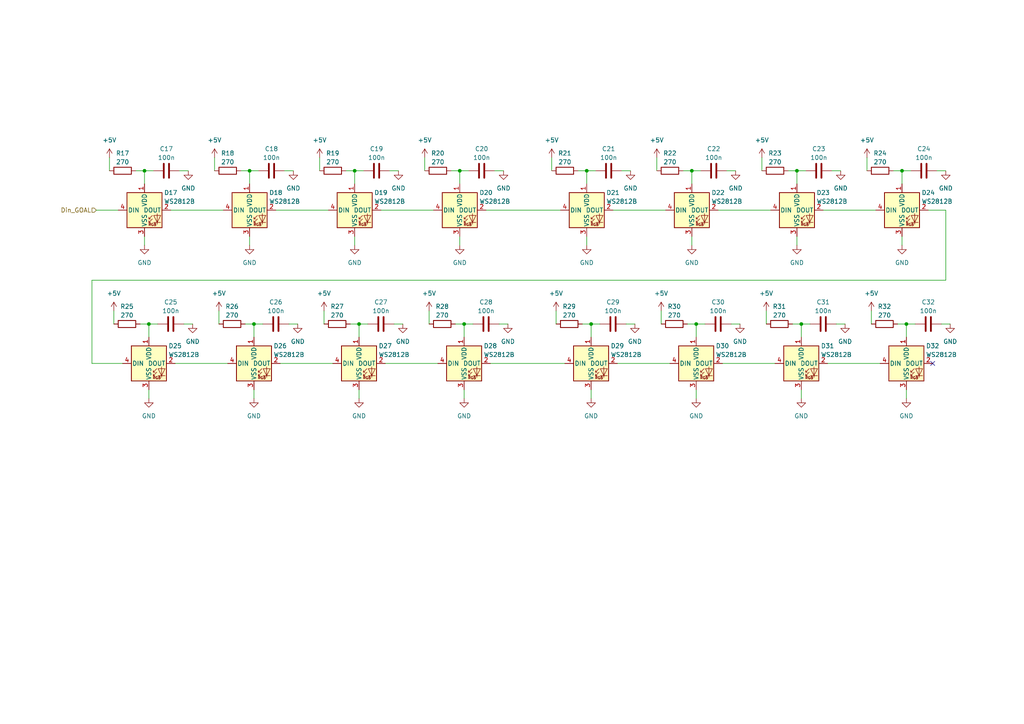
<source format=kicad_sch>
(kicad_sch (version 20211123) (generator eeschema)
  (paper "A4")
  (lib_symbols
    (symbol "Device:C" (pin_numbers hide) (pin_names (offset 0.254))
      (property "Reference" "C" (at 0.635 2.54 0))
      (property "Value" "C" (at 0.635 -2.54 0))
      (symbol "C_0_1"
        (polyline (pts (xy -2.032 -0.762) (xy 2.032 -0.762)) (stroke (width 0.508)))
        (polyline (pts (xy -2.032 0.762) (xy 2.032 0.762)) (stroke (width 0.508)))
      )
      (symbol "C_1_1"
        (pin passive line (at 0 3.81 270) (length 2.794) (name "~") (number "1"))
        (pin passive line (at 0 -3.81 90) (length 2.794) (name "~") (number "2"))
      )
    )
    (symbol "Device:R" (pin_numbers hide) (pin_names (offset 0))
      (property "Reference" "R" (at 2.032 0 90))
      (property "Value" "R" (at 0 0 90))
      (symbol "R_0_1"
        (rectangle (start -1.016 -2.54) (end 1.016 2.54) (stroke (width 0.254)))
      )
      (symbol "R_1_1"
        (pin passive line (at 0 3.81 270) (length 1.27) (name "~") (number "1"))
        (pin passive line (at 0 -3.81 90) (length 1.27) (name "~") (number "2"))
      )
    )
    (symbol "LED:WS2812B" (pin_names (offset 0.254))
      (property "Reference" "D" (at 5.08 5.715 0))
      (property "Value" "WS2812B" (at 1.27 -5.715 0))
      (symbol "WS2812B_0_0"
        (text "RGB" (at 2.286 -4.191 0) (effects (font (size 0.762 0.762))))
      )
      (symbol "WS2812B_0_1"
        (polyline (pts (xy 1.27 -3.556) (xy 1.778 -3.556)))
        (polyline (pts (xy 1.27 -2.54) (xy 1.778 -2.54)))
        (polyline (pts (xy 4.699 -3.556) (xy 2.667 -3.556)))
        (polyline (pts (xy 2.286 -2.54) (xy 1.27 -3.556) (xy 1.27 -3.048)))
        (polyline (pts (xy 2.286 -1.524) (xy 1.27 -2.54) (xy 1.27 -2.032)))
        (polyline (pts (xy 3.683 -1.016) (xy 3.683 -3.556) (xy 3.683 -4.064)))
        (polyline (pts (xy 4.699 -1.524) (xy 2.667 -1.524) (xy 3.683 -3.556) (xy 4.699 -1.524)))
        (rectangle (start 5.08 5.08) (end -5.08 -5.08) (stroke (width 0.254)) (fill (type background)))
      )
      (symbol "WS2812B_1_1"
        (pin power_in line (at 0 7.62 270) (length 2.54) (name "VDD") (number "1"))
        (pin output line (at 7.62 0 180) (length 2.54) (name "DOUT") (number "2"))
        (pin power_in line (at 0 -7.62 90) (length 2.54) (name "VSS") (number "3"))
        (pin input line (at -7.62 0 0) (length 2.54) (name "DIN") (number "4"))
      )
    )
    (symbol "power:+5V" (power) (pin_names (offset 0))
      (property "Value" "+5V" (at 0 3.556 0))
      (symbol "+5V_0_1"
        (polyline (pts (xy -0.762 1.27) (xy 0 2.54)))
        (polyline (pts (xy 0 0) (xy 0 2.54)))
        (polyline (pts (xy 0 2.54) (xy 0.762 1.27)))
      )
      (symbol "+5V_1_1"
        (pin power_in line (at 0 0 90) (length 0) hide (name "+5V") (number "1"))
      )
    )
    (symbol "power:GND" (power) (pin_names (offset 0))
      (property "Value" "GND" (at 0 -3.81 0))
      (symbol "GND_0_1"
        (polyline (pts (xy 0 0) (xy 0 -1.27) (xy 1.27 -1.27) (xy 0 -2.54) (xy -1.27 -1.27) (xy 0 -1.27)))
      )
      (symbol "GND_1_1"
        (pin power_in line (at 0 0 270) (length 0) hide (name "GND") (number "1"))
      )
    )
  )
  (junction (at 134.62 93.98))
  (junction (at 102.87 49.53))
  (junction (at 41.91 49.53))
  (junction (at 104.14 93.98))
  (junction (at 43.18 93.98))
  (junction (at 171.45 93.98))
  (junction (at 262.89 93.98))
  (junction (at 200.66 49.53))
  (junction (at 72.39 49.53))
  (junction (at 231.14 49.53))
  (junction (at 261.62 49.53))
  (junction (at 232.41 93.98))
  (junction (at 201.93 93.98))
  (junction (at 170.18 49.53))
  (junction (at 73.66 93.98))
  (junction (at 133.35 49.53))
  (no_connect (at 270.51 105.41))
  (wire (pts (xy 133.35 49.53) (xy 133.35 53.34)))
  (wire (pts (xy 72.39 68.58) (xy 72.39 71.12)))
  (wire (pts (xy 212.09 93.98) (xy 214.63 93.98)))
  (wire (pts (xy 111.76 105.41) (xy 127 105.41)))
  (wire (pts (xy 170.18 68.58) (xy 170.18 71.12)))
  (wire (pts (xy 100.33 49.53) (xy 102.87 49.53)))
  (wire (pts (xy 39.37 49.53) (xy 41.91 49.53)))
  (wire (pts (xy 53.34 93.98) (xy 55.88 93.98)))
  (wire (pts (xy 262.89 93.98) (xy 265.43 93.98)))
  (wire (pts (xy 104.14 93.98) (xy 106.68 93.98)))
  (wire (pts (xy 144.78 93.98) (xy 147.32 93.98)))
  (wire (pts (xy 72.39 49.53) (xy 74.93 49.53)))
  (wire (pts (xy 102.87 68.58) (xy 102.87 71.12)))
  (wire (pts (xy 69.85 49.53) (xy 72.39 49.53)))
  (wire (pts (xy 171.45 93.98) (xy 173.99 93.98)))
  (wire (pts (xy 261.62 68.58) (xy 261.62 71.12)))
  (wire (pts (xy 232.41 93.98) (xy 234.95 93.98)))
  (wire (pts (xy 43.18 93.98) (xy 43.18 97.79)))
  (wire (pts (xy 123.19 45.72) (xy 123.19 49.53)))
  (wire (pts (xy 93.98 90.17) (xy 93.98 93.98)))
  (wire (pts (xy 40.64 93.98) (xy 43.18 93.98)))
  (wire (pts (xy 167.64 49.53) (xy 170.18 49.53)))
  (wire (pts (xy 220.98 45.72) (xy 220.98 49.53)))
  (wire (pts (xy 134.62 93.98) (xy 137.16 93.98)))
  (wire (pts (xy 142.24 105.41) (xy 163.83 105.41)))
  (wire (pts (xy 229.87 93.98) (xy 232.41 93.98)))
  (wire (pts (xy 238.76 60.96) (xy 254 60.96)))
  (wire (pts (xy 231.14 68.58) (xy 231.14 71.12)))
  (wire (pts (xy 201.93 93.98) (xy 204.47 93.98)))
  (wire (pts (xy 181.61 93.98) (xy 184.15 93.98)))
  (wire (pts (xy 171.45 113.03) (xy 171.45 115.57)))
  (wire (pts (xy 251.46 45.72) (xy 251.46 49.53)))
  (wire (pts (xy 104.14 113.03) (xy 104.14 115.57)))
  (wire (pts (xy 143.51 49.53) (xy 146.05 49.53)))
  (wire (pts (xy 102.87 49.53) (xy 105.41 49.53)))
  (wire (pts (xy 208.28 60.96) (xy 223.52 60.96)))
  (wire (pts (xy 133.35 49.53) (xy 135.89 49.53)))
  (wire (pts (xy 190.5 45.72) (xy 190.5 49.53)))
  (wire (pts (xy 222.25 90.17) (xy 222.25 93.98)))
  (wire (pts (xy 259.08 49.53) (xy 261.62 49.53)))
  (wire (pts (xy 33.02 90.17) (xy 33.02 93.98)))
  (wire (pts (xy 134.62 113.03) (xy 134.62 115.57)))
  (wire (pts (xy 83.82 93.98) (xy 86.36 93.98)))
  (wire (pts (xy 133.35 68.58) (xy 133.35 71.12)))
  (wire (pts (xy 269.24 60.96) (xy 274.32 60.96)))
  (wire (pts (xy 160.02 45.72) (xy 160.02 49.53)))
  (wire (pts (xy 240.03 105.41) (xy 255.27 105.41)))
  (wire (pts (xy 232.41 93.98) (xy 232.41 97.79)))
  (wire (pts (xy 274.32 81.28) (xy 26.67 81.28)))
  (wire (pts (xy 168.91 93.98) (xy 171.45 93.98)))
  (wire (pts (xy 132.08 93.98) (xy 134.62 93.98)))
  (wire (pts (xy 200.66 68.58) (xy 200.66 71.12)))
  (wire (pts (xy 41.91 68.58) (xy 41.91 71.12)))
  (wire (pts (xy 26.67 105.41) (xy 35.56 105.41)))
  (wire (pts (xy 134.62 93.98) (xy 134.62 97.79)))
  (wire (pts (xy 124.46 90.17) (xy 124.46 93.98)))
  (wire (pts (xy 198.12 49.53) (xy 200.66 49.53)))
  (wire (pts (xy 231.14 49.53) (xy 233.68 49.53)))
  (wire (pts (xy 73.66 113.03) (xy 73.66 115.57)))
  (wire (pts (xy 104.14 93.98) (xy 104.14 97.79)))
  (wire (pts (xy 261.62 49.53) (xy 264.16 49.53)))
  (wire (pts (xy 43.18 93.98) (xy 45.72 93.98)))
  (wire (pts (xy 26.67 81.28) (xy 26.67 105.41)))
  (wire (pts (xy 170.18 49.53) (xy 170.18 53.34)))
  (wire (pts (xy 262.89 93.98) (xy 262.89 97.79)))
  (wire (pts (xy 49.53 60.96) (xy 64.77 60.96)))
  (wire (pts (xy 101.6 93.98) (xy 104.14 93.98)))
  (wire (pts (xy 73.66 93.98) (xy 73.66 97.79)))
  (wire (pts (xy 177.8 60.96) (xy 193.04 60.96)))
  (wire (pts (xy 201.93 113.03) (xy 201.93 115.57)))
  (wire (pts (xy 31.75 45.72) (xy 31.75 49.53)))
  (wire (pts (xy 252.73 90.17) (xy 252.73 93.98)))
  (wire (pts (xy 27.94 60.96) (xy 34.29 60.96)))
  (wire (pts (xy 114.3 93.98) (xy 116.84 93.98)))
  (wire (pts (xy 274.32 60.96) (xy 274.32 81.28)))
  (wire (pts (xy 200.66 49.53) (xy 203.2 49.53)))
  (wire (pts (xy 209.55 105.41) (xy 224.79 105.41)))
  (wire (pts (xy 110.49 60.96) (xy 125.73 60.96)))
  (wire (pts (xy 81.28 105.41) (xy 96.52 105.41)))
  (wire (pts (xy 260.35 93.98) (xy 262.89 93.98)))
  (wire (pts (xy 62.23 45.72) (xy 62.23 49.53)))
  (wire (pts (xy 228.6 49.53) (xy 231.14 49.53)))
  (wire (pts (xy 179.07 105.41) (xy 194.31 105.41)))
  (wire (pts (xy 72.39 49.53) (xy 72.39 53.34)))
  (wire (pts (xy 171.45 93.98) (xy 171.45 97.79)))
  (wire (pts (xy 52.07 49.53) (xy 54.61 49.53)))
  (wire (pts (xy 199.39 93.98) (xy 201.93 93.98)))
  (wire (pts (xy 73.66 93.98) (xy 76.2 93.98)))
  (wire (pts (xy 262.89 113.03) (xy 262.89 115.57)))
  (wire (pts (xy 82.55 49.53) (xy 85.09 49.53)))
  (wire (pts (xy 71.12 93.98) (xy 73.66 93.98)))
  (wire (pts (xy 130.81 49.53) (xy 133.35 49.53)))
  (wire (pts (xy 113.03 49.53) (xy 115.57 49.53)))
  (wire (pts (xy 43.18 113.03) (xy 43.18 115.57)))
  (wire (pts (xy 92.71 45.72) (xy 92.71 49.53)))
  (wire (pts (xy 80.01 60.96) (xy 95.25 60.96)))
  (wire (pts (xy 63.5 90.17) (xy 63.5 93.98)))
  (wire (pts (xy 140.97 60.96) (xy 162.56 60.96)))
  (wire (pts (xy 50.8 105.41) (xy 66.04 105.41)))
  (wire (pts (xy 241.3 49.53) (xy 243.84 49.53)))
  (wire (pts (xy 210.82 49.53) (xy 213.36 49.53)))
  (wire (pts (xy 201.93 93.98) (xy 201.93 97.79)))
  (wire (pts (xy 180.34 49.53) (xy 182.88 49.53)))
  (wire (pts (xy 231.14 49.53) (xy 231.14 53.34)))
  (wire (pts (xy 191.77 90.17) (xy 191.77 93.98)))
  (wire (pts (xy 102.87 49.53) (xy 102.87 53.34)))
  (wire (pts (xy 242.57 93.98) (xy 245.11 93.98)))
  (wire (pts (xy 261.62 49.53) (xy 261.62 53.34)))
  (wire (pts (xy 200.66 49.53) (xy 200.66 53.34)))
  (wire (pts (xy 273.05 93.98) (xy 275.59 93.98)))
  (wire (pts (xy 161.29 90.17) (xy 161.29 93.98)))
  (wire (pts (xy 232.41 113.03) (xy 232.41 115.57)))
  (wire (pts (xy 41.91 49.53) (xy 44.45 49.53)))
  (wire (pts (xy 41.91 49.53) (xy 41.91 53.34)))
  (wire (pts (xy 271.78 49.53) (xy 274.32 49.53)))
  (wire (pts (xy 170.18 49.53) (xy 172.72 49.53)))
  (hierarchical_label "Din_GOAL" (shape input) (at 27.94 60.96 180))
  (symbol (lib_id "LED:WS2812B") (at 261.62 60.96 0) (unit 1)
    (property "Reference" "D24" (at 269.24 55.88 0))
    (property "Value" "WS2812B" (at 271.78 58.42 0))
    (property "Footprint" "LED_SMD:LED_WS2812B_PLCC4_5.0x5.0mm_P3.2mm" (effects hide))
    (property "Datasheet" "https://cdn-shop.adafruit.com/datasheets/WS2812B.pdf" (effects hide))
  )
  (symbol (lib_id "Device:R") (at 165.1 93.98 90) (unit 1)
    (property "Reference" "R29" (at 165.1 88.9 90))
    (property "Value" "270" (at 165.1 91.44 90))
    (property "Footprint" "Resistor_SMD:R_0805_2012Metric" (effects hide))
  )
  (symbol (lib_id "Device:R") (at 195.58 93.98 90) (unit 1)
    (property "Reference" "R30" (at 195.58 88.9 90))
    (property "Value" "270" (at 195.58 91.44 90))
    (property "Footprint" "Resistor_SMD:R_0805_2012Metric" (effects hide))
  )
  (symbol (lib_id "power:GND") (at 43.18 115.57 0) (unit 1)
    (property "Reference" "#PWR0171" (effects hide))
    (property "Value" "GND" (at 43.18 120.65 0))
  )
  (symbol (lib_id "power:GND") (at 274.32 49.53 0) (unit 1)
    (property "Reference" "#PWR0179" (effects hide))
    (property "Value" "GND" (at 274.32 54.61 0))
  )
  (symbol (lib_id "Device:R") (at 194.31 49.53 90) (unit 1)
    (property "Reference" "R22" (at 194.31 44.45 90))
    (property "Value" "270" (at 194.31 46.99 90))
    (property "Footprint" "Resistor_SMD:R_0805_2012Metric" (effects hide))
  )
  (symbol (lib_id "power:+5V") (at 161.29 90.17 0) (unit 1)
    (property "Reference" "#PWR0161" (effects hide))
    (property "Value" "+5V" (at 161.29 85.09 0))
  )
  (symbol (lib_id "Device:C") (at 237.49 49.53 90) (unit 1)
    (property "Reference" "C23" (at 237.49 43.18 90))
    (property "Value" "100n" (at 237.49 45.72 90))
    (property "Footprint" "Capacitor_SMD:C_0805_2012Metric" (effects hide))
  )
  (symbol (lib_id "power:GND") (at 116.84 93.98 0) (unit 1)
    (property "Reference" "#PWR0159" (effects hide))
    (property "Value" "GND" (at 116.84 99.06 0))
  )
  (symbol (lib_id "Device:C") (at 267.97 49.53 90) (unit 1)
    (property "Reference" "C24" (at 267.97 43.18 90))
    (property "Value" "100n" (at 267.97 45.72 90))
    (property "Footprint" "Capacitor_SMD:C_0805_2012Metric" (effects hide))
  )
  (symbol (lib_id "Device:C") (at 207.01 49.53 90) (unit 1)
    (property "Reference" "C22" (at 207.01 43.18 90))
    (property "Value" "100n" (at 207.01 45.72 90))
    (property "Footprint" "Capacitor_SMD:C_0805_2012Metric" (effects hide))
  )
  (symbol (lib_id "Device:R") (at 256.54 93.98 90) (unit 1)
    (property "Reference" "R32" (at 256.54 88.9 90))
    (property "Value" "270" (at 256.54 91.44 90))
    (property "Footprint" "Resistor_SMD:R_0805_2012Metric" (effects hide))
  )
  (symbol (lib_id "power:+5V") (at 220.98 45.72 0) (unit 1)
    (property "Reference" "#PWR0157" (effects hide))
    (property "Value" "+5V" (at 220.98 40.64 0))
  )
  (symbol (lib_id "power:GND") (at 55.88 93.98 0) (unit 1)
    (property "Reference" "#PWR0170" (effects hide))
    (property "Value" "GND" (at 55.88 99.06 0))
  )
  (symbol (lib_id "Device:R") (at 255.27 49.53 90) (unit 1)
    (property "Reference" "R24" (at 255.27 44.45 90))
    (property "Value" "270" (at 255.27 46.99 90))
    (property "Footprint" "Resistor_SMD:R_0805_2012Metric" (effects hide))
  )
  (symbol (lib_id "Device:R") (at 128.27 93.98 90) (unit 1)
    (property "Reference" "R28" (at 128.27 88.9 90))
    (property "Value" "270" (at 128.27 91.44 90))
    (property "Footprint" "Resistor_SMD:R_0805_2012Metric" (effects hide))
  )
  (symbol (lib_id "power:GND") (at 232.41 115.57 0) (unit 1)
    (property "Reference" "#PWR0194" (effects hide))
    (property "Value" "GND" (at 232.41 120.65 0))
  )
  (symbol (lib_id "power:GND") (at 86.36 93.98 0) (unit 1)
    (property "Reference" "#PWR0173" (effects hide))
    (property "Value" "GND" (at 86.36 99.06 0))
  )
  (symbol (lib_id "power:GND") (at 115.57 49.53 0) (unit 1)
    (property "Reference" "#PWR0187" (effects hide))
    (property "Value" "GND" (at 115.57 54.61 0))
  )
  (symbol (lib_id "Device:R") (at 127 49.53 90) (unit 1)
    (property "Reference" "R20" (at 127 44.45 90))
    (property "Value" "270" (at 127 46.99 90))
    (property "Footprint" "Resistor_SMD:R_0805_2012Metric" (effects hide))
  )
  (symbol (lib_id "power:GND") (at 182.88 49.53 0) (unit 1)
    (property "Reference" "#PWR0151" (effects hide))
    (property "Value" "GND" (at 182.88 54.61 0))
  )
  (symbol (lib_id "power:+5V") (at 190.5 45.72 0) (unit 1)
    (property "Reference" "#PWR0150" (effects hide))
    (property "Value" "+5V" (at 190.5 40.64 0))
  )
  (symbol (lib_id "Device:C") (at 109.22 49.53 90) (unit 1)
    (property "Reference" "C19" (at 109.22 43.18 90))
    (property "Value" "100n" (at 109.22 45.72 90))
    (property "Footprint" "Capacitor_SMD:C_0805_2012Metric" (effects hide))
  )
  (symbol (lib_id "Device:C") (at 78.74 49.53 90) (unit 1)
    (property "Reference" "C18" (at 78.74 43.18 90))
    (property "Value" "100n" (at 78.74 45.72 90))
    (property "Footprint" "Capacitor_SMD:C_0805_2012Metric" (effects hide))
  )
  (symbol (lib_id "Device:C") (at 139.7 49.53 90) (unit 1)
    (property "Reference" "C20" (at 139.7 43.18 90))
    (property "Value" "100n" (at 139.7 45.72 90))
    (property "Footprint" "Capacitor_SMD:C_0805_2012Metric" (effects hide))
  )
  (symbol (lib_id "power:GND") (at 85.09 49.53 0) (unit 1)
    (property "Reference" "#PWR0183" (effects hide))
    (property "Value" "GND" (at 85.09 54.61 0))
  )
  (symbol (lib_id "power:+5V") (at 252.73 90.17 0) (unit 1)
    (property "Reference" "#PWR0191" (effects hide))
    (property "Value" "+5V" (at 252.73 85.09 0))
  )
  (symbol (lib_id "power:GND") (at 171.45 115.57 0) (unit 1)
    (property "Reference" "#PWR0166" (effects hide))
    (property "Value" "GND" (at 171.45 120.65 0))
  )
  (symbol (lib_id "power:GND") (at 245.11 93.98 0) (unit 1)
    (property "Reference" "#PWR0190" (effects hide))
    (property "Value" "GND" (at 245.11 99.06 0))
  )
  (symbol (lib_id "power:+5V") (at 63.5 90.17 0) (unit 1)
    (property "Reference" "#PWR0167" (effects hide))
    (property "Value" "+5V" (at 63.5 85.09 0))
  )
  (symbol (lib_id "Device:C") (at 269.24 93.98 90) (unit 1)
    (property "Reference" "C32" (at 269.24 87.63 90))
    (property "Value" "100n" (at 269.24 90.17 90))
    (property "Footprint" "Capacitor_SMD:C_0805_2012Metric" (effects hide))
  )
  (symbol (lib_id "power:+5V") (at 222.25 90.17 0) (unit 1)
    (property "Reference" "#PWR0155" (effects hide))
    (property "Value" "+5V" (at 222.25 85.09 0))
  )
  (symbol (lib_id "Device:C") (at 208.28 93.98 90) (unit 1)
    (property "Reference" "C30" (at 208.28 87.63 90))
    (property "Value" "100n" (at 208.28 90.17 90))
    (property "Footprint" "Capacitor_SMD:C_0805_2012Metric" (effects hide))
  )
  (symbol (lib_id "power:GND") (at 231.14 71.12 0) (unit 1)
    (property "Reference" "#PWR0189" (effects hide))
    (property "Value" "GND" (at 231.14 76.2 0))
  )
  (symbol (lib_id "power:GND") (at 133.35 71.12 0) (unit 1)
    (property "Reference" "#PWR0149" (effects hide))
    (property "Value" "GND" (at 133.35 76.2 0))
  )
  (symbol (lib_id "power:GND") (at 104.14 115.57 0) (unit 1)
    (property "Reference" "#PWR0168" (effects hide))
    (property "Value" "GND" (at 104.14 120.65 0))
  )
  (symbol (lib_id "power:GND") (at 41.91 71.12 0) (unit 1)
    (property "Reference" "#PWR0178" (effects hide))
    (property "Value" "GND" (at 41.91 76.2 0))
  )
  (symbol (lib_id "power:+5V") (at 93.98 90.17 0) (unit 1)
    (property "Reference" "#PWR0172" (effects hide))
    (property "Value" "+5V" (at 93.98 85.09 0))
  )
  (symbol (lib_id "Device:C") (at 80.01 93.98 90) (unit 1)
    (property "Reference" "C26" (at 80.01 87.63 90))
    (property "Value" "100n" (at 80.01 90.17 90))
    (property "Footprint" "Capacitor_SMD:C_0805_2012Metric" (effects hide))
  )
  (symbol (lib_id "power:GND") (at 102.87 71.12 0) (unit 1)
    (property "Reference" "#PWR0185" (effects hide))
    (property "Value" "GND" (at 102.87 76.2 0))
  )
  (symbol (lib_id "LED:WS2812B") (at 43.18 105.41 0) (unit 1)
    (property "Reference" "D25" (at 50.8 100.33 0))
    (property "Value" "WS2812B" (at 53.34 102.87 0))
    (property "Footprint" "LED_SMD:LED_WS2812B_PLCC4_5.0x5.0mm_P3.2mm" (effects hide))
    (property "Datasheet" "https://cdn-shop.adafruit.com/datasheets/WS2812B.pdf" (effects hide))
  )
  (symbol (lib_id "Device:C") (at 176.53 49.53 90) (unit 1)
    (property "Reference" "C21" (at 176.53 43.18 90))
    (property "Value" "100n" (at 176.53 45.72 90))
    (property "Footprint" "Capacitor_SMD:C_0805_2012Metric" (effects hide))
  )
  (symbol (lib_id "Device:R") (at 163.83 49.53 90) (unit 1)
    (property "Reference" "R21" (at 163.83 44.45 90))
    (property "Value" "270" (at 163.83 46.99 90))
    (property "Footprint" "Resistor_SMD:R_0805_2012Metric" (effects hide))
  )
  (symbol (lib_id "Device:C") (at 49.53 93.98 90) (unit 1)
    (property "Reference" "C25" (at 49.53 87.63 90))
    (property "Value" "100n" (at 49.53 90.17 90))
    (property "Footprint" "Capacitor_SMD:C_0805_2012Metric" (effects hide))
  )
  (symbol (lib_id "LED:WS2812B") (at 170.18 60.96 0) (unit 1)
    (property "Reference" "D21" (at 177.8 55.88 0))
    (property "Value" "WS2812B" (at 180.34 58.42 0))
    (property "Footprint" "LED_SMD:LED_WS2812B_PLCC4_5.0x5.0mm_P3.2mm" (effects hide))
    (property "Datasheet" "https://cdn-shop.adafruit.com/datasheets/WS2812B.pdf" (effects hide))
  )
  (symbol (lib_id "power:GND") (at 184.15 93.98 0) (unit 1)
    (property "Reference" "#PWR0164" (effects hide))
    (property "Value" "GND" (at 184.15 99.06 0))
  )
  (symbol (lib_id "LED:WS2812B") (at 231.14 60.96 0) (unit 1)
    (property "Reference" "D23" (at 238.76 55.88 0))
    (property "Value" "WS2812B" (at 241.3 58.42 0))
    (property "Footprint" "LED_SMD:LED_WS2812B_PLCC4_5.0x5.0mm_P3.2mm" (effects hide))
    (property "Datasheet" "https://cdn-shop.adafruit.com/datasheets/WS2812B.pdf" (effects hide))
  )
  (symbol (lib_id "Device:C") (at 48.26 49.53 90) (unit 1)
    (property "Reference" "C17" (at 48.26 43.18 90))
    (property "Value" "100n" (at 48.26 45.72 90))
    (property "Footprint" "Capacitor_SMD:C_0805_2012Metric" (effects hide))
  )
  (symbol (lib_id "power:GND") (at 214.63 93.98 0) (unit 1)
    (property "Reference" "#PWR0196" (effects hide))
    (property "Value" "GND" (at 214.63 99.06 0))
  )
  (symbol (lib_id "Device:C") (at 177.8 93.98 90) (unit 1)
    (property "Reference" "C29" (at 177.8 87.63 90))
    (property "Value" "100n" (at 177.8 90.17 90))
    (property "Footprint" "Capacitor_SMD:C_0805_2012Metric" (effects hide))
  )
  (symbol (lib_id "power:+5V") (at 251.46 45.72 0) (unit 1)
    (property "Reference" "#PWR0180" (effects hide))
    (property "Value" "+5V" (at 251.46 40.64 0))
  )
  (symbol (lib_id "LED:WS2812B") (at 200.66 60.96 0) (unit 1)
    (property "Reference" "D22" (at 208.28 55.88 0))
    (property "Value" "WS2812B" (at 210.82 58.42 0))
    (property "Footprint" "LED_SMD:LED_WS2812B_PLCC4_5.0x5.0mm_P3.2mm" (effects hide))
    (property "Datasheet" "https://cdn-shop.adafruit.com/datasheets/WS2812B.pdf" (effects hide))
  )
  (symbol (lib_id "power:GND") (at 170.18 71.12 0) (unit 1)
    (property "Reference" "#PWR0153" (effects hide))
    (property "Value" "GND" (at 170.18 76.2 0))
  )
  (symbol (lib_id "power:+5V") (at 123.19 45.72 0) (unit 1)
    (property "Reference" "#PWR0186" (effects hide))
    (property "Value" "+5V" (at 123.19 40.64 0))
  )
  (symbol (lib_id "power:+5V") (at 191.77 90.17 0) (unit 1)
    (property "Reference" "#PWR0165" (effects hide))
    (property "Value" "+5V" (at 191.77 85.09 0))
  )
  (symbol (lib_id "LED:WS2812B") (at 232.41 105.41 0) (unit 1)
    (property "Reference" "D31" (at 240.03 100.33 0))
    (property "Value" "WS2812B" (at 242.57 102.87 0))
    (property "Footprint" "LED_SMD:LED_WS2812B_PLCC4_5.0x5.0mm_P3.2mm" (effects hide))
    (property "Datasheet" "https://cdn-shop.adafruit.com/datasheets/WS2812B.pdf" (effects hide))
  )
  (symbol (lib_id "power:GND") (at 73.66 115.57 0) (unit 1)
    (property "Reference" "#PWR0169" (effects hide))
    (property "Value" "GND" (at 73.66 120.65 0))
  )
  (symbol (lib_id "power:+5V") (at 124.46 90.17 0) (unit 1)
    (property "Reference" "#PWR0162" (effects hide))
    (property "Value" "+5V" (at 124.46 85.09 0))
  )
  (symbol (lib_id "power:GND") (at 213.36 49.53 0) (unit 1)
    (property "Reference" "#PWR0158" (effects hide))
    (property "Value" "GND" (at 213.36 54.61 0))
  )
  (symbol (lib_id "LED:WS2812B") (at 201.93 105.41 0) (unit 1)
    (property "Reference" "D30" (at 209.55 100.33 0))
    (property "Value" "WS2812B" (at 212.09 102.87 0))
    (property "Footprint" "LED_SMD:LED_WS2812B_PLCC4_5.0x5.0mm_P3.2mm" (effects hide))
    (property "Datasheet" "https://cdn-shop.adafruit.com/datasheets/WS2812B.pdf" (effects hide))
  )
  (symbol (lib_id "LED:WS2812B") (at 133.35 60.96 0) (unit 1)
    (property "Reference" "D20" (at 140.97 55.88 0))
    (property "Value" "WS2812B" (at 143.51 58.42 0))
    (property "Footprint" "LED_SMD:LED_WS2812B_PLCC4_5.0x5.0mm_P3.2mm" (effects hide))
    (property "Datasheet" "https://cdn-shop.adafruit.com/datasheets/WS2812B.pdf" (effects hide))
  )
  (symbol (lib_id "LED:WS2812B") (at 102.87 60.96 0) (unit 1)
    (property "Reference" "D19" (at 110.49 55.88 0))
    (property "Value" "WS2812B" (at 113.03 58.42 0))
    (property "Footprint" "LED_SMD:LED_WS2812B_PLCC4_5.0x5.0mm_P3.2mm" (effects hide))
    (property "Datasheet" "https://cdn-shop.adafruit.com/datasheets/WS2812B.pdf" (effects hide))
  )
  (symbol (lib_id "power:+5V") (at 92.71 45.72 0) (unit 1)
    (property "Reference" "#PWR0188" (effects hide))
    (property "Value" "+5V" (at 92.71 40.64 0))
  )
  (symbol (lib_id "Device:R") (at 96.52 49.53 90) (unit 1)
    (property "Reference" "R19" (at 96.52 44.45 90))
    (property "Value" "270" (at 96.52 46.99 90))
    (property "Footprint" "Resistor_SMD:R_0805_2012Metric" (effects hide))
  )
  (symbol (lib_id "power:GND") (at 54.61 49.53 0) (unit 1)
    (property "Reference" "#PWR0175" (effects hide))
    (property "Value" "GND" (at 54.61 54.61 0))
  )
  (symbol (lib_id "power:+5V") (at 33.02 90.17 0) (unit 1)
    (property "Reference" "#PWR0177" (effects hide))
    (property "Value" "+5V" (at 33.02 85.09 0))
  )
  (symbol (lib_id "power:GND") (at 146.05 49.53 0) (unit 1)
    (property "Reference" "#PWR0154" (effects hide))
    (property "Value" "GND" (at 146.05 54.61 0))
  )
  (symbol (lib_id "Device:R") (at 66.04 49.53 90) (unit 1)
    (property "Reference" "R18" (at 66.04 44.45 90))
    (property "Value" "270" (at 66.04 46.99 90))
    (property "Footprint" "Resistor_SMD:R_0805_2012Metric" (effects hide))
  )
  (symbol (lib_id "Device:R") (at 224.79 49.53 90) (unit 1)
    (property "Reference" "R23" (at 224.79 44.45 90))
    (property "Value" "270" (at 224.79 46.99 90))
    (property "Footprint" "Resistor_SMD:R_0805_2012Metric" (effects hide))
  )
  (symbol (lib_id "LED:WS2812B") (at 73.66 105.41 0) (unit 1)
    (property "Reference" "D26" (at 81.28 100.33 0))
    (property "Value" "WS2812B" (at 83.82 102.87 0))
    (property "Footprint" "LED_SMD:LED_WS2812B_PLCC4_5.0x5.0mm_P3.2mm" (effects hide))
    (property "Datasheet" "https://cdn-shop.adafruit.com/datasheets/WS2812B.pdf" (effects hide))
  )
  (symbol (lib_id "LED:WS2812B") (at 41.91 60.96 0) (unit 1)
    (property "Reference" "D17" (at 49.53 55.88 0))
    (property "Value" "WS2812B" (at 52.07 58.42 0))
    (property "Footprint" "LED_SMD:LED_WS2812B_PLCC4_5.0x5.0mm_P3.2mm" (effects hide))
    (property "Datasheet" "https://cdn-shop.adafruit.com/datasheets/WS2812B.pdf" (effects hide))
  )
  (symbol (lib_id "power:GND") (at 243.84 49.53 0) (unit 1)
    (property "Reference" "#PWR0182" (effects hide))
    (property "Value" "GND" (at 243.84 54.61 0))
  )
  (symbol (lib_id "power:GND") (at 200.66 71.12 0) (unit 1)
    (property "Reference" "#PWR0156" (effects hide))
    (property "Value" "GND" (at 200.66 76.2 0))
  )
  (symbol (lib_id "Device:C") (at 140.97 93.98 90) (unit 1)
    (property "Reference" "C28" (at 140.97 87.63 90))
    (property "Value" "100n" (at 140.97 90.17 90))
    (property "Footprint" "Capacitor_SMD:C_0805_2012Metric" (effects hide))
  )
  (symbol (lib_id "Device:C") (at 110.49 93.98 90) (unit 1)
    (property "Reference" "C27" (at 110.49 87.63 90))
    (property "Value" "100n" (at 110.49 90.17 90))
    (property "Footprint" "Capacitor_SMD:C_0805_2012Metric" (effects hide))
  )
  (symbol (lib_id "Device:R") (at 35.56 49.53 90) (unit 1)
    (property "Reference" "R17" (at 35.56 44.45 90))
    (property "Value" "270" (at 35.56 46.99 90))
    (property "Footprint" "Resistor_SMD:R_0805_2012Metric" (effects hide))
  )
  (symbol (lib_id "power:+5V") (at 62.23 45.72 0) (unit 1)
    (property "Reference" "#PWR0176" (effects hide))
    (property "Value" "+5V" (at 62.23 40.64 0))
  )
  (symbol (lib_id "Device:R") (at 97.79 93.98 90) (unit 1)
    (property "Reference" "R27" (at 97.79 88.9 90))
    (property "Value" "270" (at 97.79 91.44 90))
    (property "Footprint" "Resistor_SMD:R_0805_2012Metric" (effects hide))
  )
  (symbol (lib_id "power:+5V") (at 31.75 45.72 0) (unit 1)
    (property "Reference" "#PWR0174" (effects hide))
    (property "Value" "+5V" (at 31.75 40.64 0))
  )
  (symbol (lib_id "Device:R") (at 226.06 93.98 90) (unit 1)
    (property "Reference" "R31" (at 226.06 88.9 90))
    (property "Value" "270" (at 226.06 91.44 90))
    (property "Footprint" "Resistor_SMD:R_0805_2012Metric" (effects hide))
  )
  (symbol (lib_id "Device:R") (at 67.31 93.98 90) (unit 1)
    (property "Reference" "R26" (at 67.31 88.9 90))
    (property "Value" "270" (at 67.31 91.44 90))
    (property "Footprint" "Resistor_SMD:R_0805_2012Metric" (effects hide))
  )
  (symbol (lib_id "power:GND") (at 147.32 93.98 0) (unit 1)
    (property "Reference" "#PWR0163" (effects hide))
    (property "Value" "GND" (at 147.32 99.06 0))
  )
  (symbol (lib_id "LED:WS2812B") (at 72.39 60.96 0) (unit 1)
    (property "Reference" "D18" (at 80.01 55.88 0))
    (property "Value" "WS2812B" (at 82.55 58.42 0))
    (property "Footprint" "LED_SMD:LED_WS2812B_PLCC4_5.0x5.0mm_P3.2mm" (effects hide))
    (property "Datasheet" "https://cdn-shop.adafruit.com/datasheets/WS2812B.pdf" (effects hide))
  )
  (symbol (lib_id "power:GND") (at 275.59 93.98 0) (unit 1)
    (property "Reference" "#PWR0192" (effects hide))
    (property "Value" "GND" (at 275.59 99.06 0))
  )
  (symbol (lib_id "LED:WS2812B") (at 104.14 105.41 0) (unit 1)
    (property "Reference" "D27" (at 111.76 100.33 0))
    (property "Value" "WS2812B" (at 114.3 102.87 0))
    (property "Footprint" "LED_SMD:LED_WS2812B_PLCC4_5.0x5.0mm_P3.2mm" (effects hide))
    (property "Datasheet" "https://cdn-shop.adafruit.com/datasheets/WS2812B.pdf" (effects hide))
  )
  (symbol (lib_id "power:+5V") (at 160.02 45.72 0) (unit 1)
    (property "Reference" "#PWR0152" (effects hide))
    (property "Value" "+5V" (at 160.02 40.64 0))
  )
  (symbol (lib_id "power:GND") (at 134.62 115.57 0) (unit 1)
    (property "Reference" "#PWR0160" (effects hide))
    (property "Value" "GND" (at 134.62 120.65 0))
  )
  (symbol (lib_id "power:GND") (at 262.89 115.57 0) (unit 1)
    (property "Reference" "#PWR0193" (effects hide))
    (property "Value" "GND" (at 262.89 120.65 0))
  )
  (symbol (lib_id "LED:WS2812B") (at 134.62 105.41 0) (unit 1)
    (property "Reference" "D28" (at 142.24 100.33 0))
    (property "Value" "WS2812B" (at 144.78 102.87 0))
    (property "Footprint" "LED_SMD:LED_WS2812B_PLCC4_5.0x5.0mm_P3.2mm" (effects hide))
    (property "Datasheet" "https://cdn-shop.adafruit.com/datasheets/WS2812B.pdf" (effects hide))
  )
  (symbol (lib_id "power:GND") (at 201.93 115.57 0) (unit 1)
    (property "Reference" "#PWR0195" (effects hide))
    (property "Value" "GND" (at 201.93 120.65 0))
  )
  (symbol (lib_id "LED:WS2812B") (at 171.45 105.41 0) (unit 1)
    (property "Reference" "D29" (at 179.07 100.33 0))
    (property "Value" "WS2812B" (at 181.61 102.87 0))
    (property "Footprint" "LED_SMD:LED_WS2812B_PLCC4_5.0x5.0mm_P3.2mm" (effects hide))
    (property "Datasheet" "https://cdn-shop.adafruit.com/datasheets/WS2812B.pdf" (effects hide))
  )
  (symbol (lib_id "Device:C") (at 238.76 93.98 90) (unit 1)
    (property "Reference" "C31" (at 238.76 87.63 90))
    (property "Value" "100n" (at 238.76 90.17 90))
    (property "Footprint" "Capacitor_SMD:C_0805_2012Metric" (effects hide))
  )
  (symbol (lib_id "Device:R") (at 36.83 93.98 90) (unit 1)
    (property "Reference" "R25" (at 36.83 88.9 90))
    (property "Value" "270" (at 36.83 91.44 90))
    (property "Footprint" "Resistor_SMD:R_0805_2012Metric" (effects hide))
  )
  (symbol (lib_id "LED:WS2812B") (at 262.89 105.41 0) (unit 1)
    (property "Reference" "D32" (at 270.51 100.33 0))
    (property "Value" "WS2812B" (at 273.05 102.87 0))
    (property "Footprint" "LED_SMD:LED_WS2812B_PLCC4_5.0x5.0mm_P3.2mm" (effects hide))
    (property "Datasheet" "https://cdn-shop.adafruit.com/datasheets/WS2812B.pdf" (effects hide))
  )
  (symbol (lib_id "power:GND") (at 261.62 71.12 0) (unit 1)
    (property "Reference" "#PWR0181" (effects hide))
    (property "Value" "GND" (at 261.62 76.2 0))
  )
  (symbol (lib_id "power:GND") (at 72.39 71.12 0) (unit 1)
    (property "Reference" "#PWR0184" (effects hide))
    (property "Value" "GND" (at 72.39 76.2 0))
  )
)
</source>
